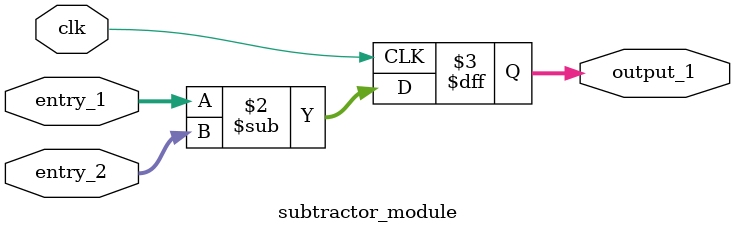
<source format=v>
module subtractor_module (
clk,
entry_1,
entry_2,
output_1
);

/*
 * We define the entries and outputs
 */

input clk;
input [15:0] entry_1;
input [15:0] entry_2; 
output [15:0] output_1;


/*
 * We define the type of outputs
 * 
 */
	
 reg [15:0] output_1;


 /*
 * We make the subtract operation.
 * 
 */
 
 always @(posedge clk)
 begin
  output_1 = entry_1 - entry_2;
 end


endmodule // end subtractor_module
</source>
